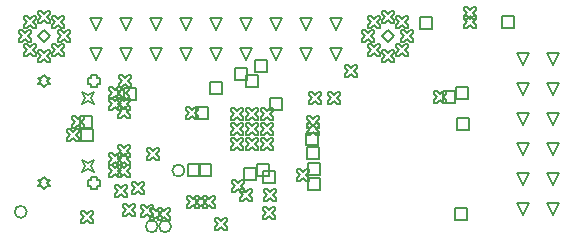
<source format=gbr>
%TF.GenerationSoftware,Altium Limited,Altium Designer,24.10.1 (45)*%
G04 Layer_Color=2752767*
%FSLAX43Y43*%
%MOMM*%
%TF.SameCoordinates,D559FD22-AC31-4CFD-8532-8E5833C3503B*%
%TF.FilePolarity,Positive*%
%TF.FileFunction,Drawing*%
%TF.Part,Single*%
G01*
G75*
%TA.AperFunction,NonConductor*%
%ADD102C,0.127*%
%ADD103C,0.169*%
D102*
X6095Y11382D02*
X6348Y11890D01*
X6095Y12398D01*
X6602Y12144D01*
X7110Y12398D01*
X6857Y11890D01*
X7110Y11382D01*
X6602Y11636D01*
X6095Y11382D01*
Y5602D02*
X6348Y6110D01*
X6095Y6618D01*
X6602Y6364D01*
X7110Y6618D01*
X6857Y6110D01*
X7110Y5602D01*
X6602Y5856D01*
X6095Y5602D01*
X6848Y13066D02*
Y12812D01*
X7357D01*
Y13066D01*
X7610D01*
Y13574D01*
X7357D01*
Y13828D01*
X6848D01*
Y13574D01*
X6595D01*
Y13066D01*
X6848D01*
X2922Y12812D02*
X3177Y13066D01*
X3431D01*
X3177Y13320D01*
X3431Y13574D01*
X3177D01*
X2922Y13828D01*
X2668Y13574D01*
X2414D01*
X2668Y13320D01*
X2414Y13066D01*
X2668D01*
X2922Y12812D01*
X6848Y4426D02*
Y4172D01*
X7357D01*
Y4426D01*
X7610D01*
Y4934D01*
X7357D01*
Y5188D01*
X6848D01*
Y4934D01*
X6595D01*
Y4426D01*
X6848D01*
X2922Y4172D02*
X3177Y4426D01*
X3431D01*
X3177Y4680D01*
X3431Y4934D01*
X3177D01*
X2922Y5188D01*
X2668Y4934D01*
X2414D01*
X2668Y4680D01*
X2414Y4426D01*
X2668D01*
X2922Y4172D01*
X22540Y17632D02*
X22032Y18648D01*
X23048D01*
X22540Y17632D01*
X25080D02*
X24572Y18648D01*
X25588D01*
X25080Y17632D01*
X20000D02*
X19492Y18648D01*
X20508D01*
X20000Y17632D01*
X27620D02*
X27112Y18648D01*
X28128D01*
X27620Y17632D01*
X14920D02*
X14412Y18648D01*
X15428D01*
X14920Y17632D01*
X17460D02*
X16952Y18648D01*
X17968D01*
X17460Y17632D01*
X12380D02*
X11872Y18648D01*
X12888D01*
X12380Y17632D01*
Y15092D02*
X11872Y16108D01*
X12888D01*
X12380Y15092D01*
X9840D02*
X9332Y16108D01*
X10348D01*
X9840Y15092D01*
X27620D02*
X27112Y16108D01*
X28128D01*
X27620Y15092D01*
X25080D02*
X24572Y16108D01*
X25588D01*
X25080Y15092D01*
X17460D02*
X16952Y16108D01*
X17968D01*
X17460Y15092D01*
X14920D02*
X14412Y16108D01*
X15428D01*
X14920Y15092D01*
X22540D02*
X22032Y16108D01*
X23048D01*
X22540Y15092D01*
X20000D02*
X19492Y16108D01*
X20508D01*
X20000Y15092D01*
X9840Y17632D02*
X9332Y18648D01*
X10348D01*
X9840Y17632D01*
X7300Y15092D02*
X6792Y16108D01*
X7808D01*
X7300Y15092D01*
Y17632D02*
X6792Y18648D01*
X7808D01*
X7300Y17632D01*
X46000Y7072D02*
X45492Y8088D01*
X46508D01*
X46000Y7072D01*
Y9612D02*
X45492Y10628D01*
X46508D01*
X46000Y9612D01*
Y4532D02*
X45492Y5548D01*
X46508D01*
X46000Y4532D01*
Y14692D02*
X45492Y15708D01*
X46508D01*
X46000Y14692D01*
X43460D02*
X42952Y15708D01*
X43968D01*
X43460Y14692D01*
X46000Y12152D02*
X45492Y13168D01*
X46508D01*
X46000Y12152D01*
Y1992D02*
X45492Y3008D01*
X46508D01*
X46000Y1992D01*
X43460D02*
X42952Y3008D01*
X43968D01*
X43460Y1992D01*
Y9612D02*
X42952Y10628D01*
X43968D01*
X43460Y9612D01*
Y12152D02*
X42952Y13168D01*
X43968D01*
X43460Y12152D01*
Y4532D02*
X42952Y5548D01*
X43968D01*
X43460Y4532D01*
Y7072D02*
X42952Y8088D01*
X43968D01*
X43460Y7072D01*
X32659Y17759D02*
X32913D01*
X33167Y18013D01*
X33421Y17759D01*
X33675D01*
Y18013D01*
X33421Y18267D01*
X33675Y18521D01*
Y18775D01*
X33421D01*
X33167Y18521D01*
X32913Y18775D01*
X32659D01*
Y18521D01*
X32913Y18267D01*
X32659Y18013D01*
Y17759D01*
X33142Y16592D02*
X33396D01*
X33650Y16846D01*
X33904Y16592D01*
X34158D01*
Y16846D01*
X33904Y17100D01*
X34158Y17354D01*
Y17608D01*
X33904D01*
X33650Y17354D01*
X33396Y17608D01*
X33142D01*
Y17354D01*
X33396Y17100D01*
X33142Y16846D01*
Y16592D01*
X31492Y18242D02*
X31746D01*
X32000Y18496D01*
X32254Y18242D01*
X32508D01*
Y18496D01*
X32254Y18750D01*
X32508Y19004D01*
Y19258D01*
X32254D01*
X32000Y19004D01*
X31746Y19258D01*
X31492D01*
Y19004D01*
X31746Y18750D01*
X31492Y18496D01*
Y18242D01*
X32659Y15425D02*
X32913D01*
X33167Y15679D01*
X33421Y15425D01*
X33675D01*
Y15679D01*
X33421Y15933D01*
X33675Y16187D01*
Y16441D01*
X33421D01*
X33167Y16187D01*
X32913Y16441D01*
X32659D01*
Y16187D01*
X32913Y15933D01*
X32659Y15679D01*
Y15425D01*
X31492Y14942D02*
X31746D01*
X32000Y15196D01*
X32254Y14942D01*
X32508D01*
Y15196D01*
X32254Y15450D01*
X32508Y15704D01*
Y15958D01*
X32254D01*
X32000Y15704D01*
X31746Y15958D01*
X31492D01*
Y15704D01*
X31746Y15450D01*
X31492Y15196D01*
Y14942D01*
X30325Y15425D02*
X30579D01*
X30833Y15679D01*
X31087Y15425D01*
X31341D01*
Y15679D01*
X31087Y15933D01*
X31341Y16187D01*
Y16441D01*
X31087D01*
X30833Y16187D01*
X30579Y16441D01*
X30325D01*
Y16187D01*
X30579Y15933D01*
X30325Y15679D01*
Y15425D01*
X31492Y17100D02*
X32000Y17608D01*
X32508Y17100D01*
X32000Y16592D01*
X31492Y17100D01*
X30325Y17759D02*
X30579D01*
X30833Y18013D01*
X31087Y17759D01*
X31341D01*
Y18013D01*
X31087Y18267D01*
X31341Y18521D01*
Y18775D01*
X31087D01*
X30833Y18521D01*
X30579Y18775D01*
X30325D01*
Y18521D01*
X30579Y18267D01*
X30325Y18013D01*
Y17759D01*
X29842Y16592D02*
X30096D01*
X30350Y16846D01*
X30604Y16592D01*
X30858D01*
Y16846D01*
X30604Y17100D01*
X30858Y17354D01*
Y17608D01*
X30604D01*
X30350Y17354D01*
X30096Y17608D01*
X29842D01*
Y17354D01*
X30096Y17100D01*
X29842Y16846D01*
Y16592D01*
X3559Y17759D02*
X3813D01*
X4067Y18013D01*
X4321Y17759D01*
X4575D01*
Y18013D01*
X4321Y18267D01*
X4575Y18521D01*
Y18775D01*
X4321D01*
X4067Y18521D01*
X3813Y18775D01*
X3559D01*
Y18521D01*
X3813Y18267D01*
X3559Y18013D01*
Y17759D01*
X4042Y16592D02*
X4296D01*
X4550Y16846D01*
X4804Y16592D01*
X5058D01*
Y16846D01*
X4804Y17100D01*
X5058Y17354D01*
Y17608D01*
X4804D01*
X4550Y17354D01*
X4296Y17608D01*
X4042D01*
Y17354D01*
X4296Y17100D01*
X4042Y16846D01*
Y16592D01*
X2392Y18242D02*
X2646D01*
X2900Y18496D01*
X3154Y18242D01*
X3408D01*
Y18496D01*
X3154Y18750D01*
X3408Y19004D01*
Y19258D01*
X3154D01*
X2900Y19004D01*
X2646Y19258D01*
X2392D01*
Y19004D01*
X2646Y18750D01*
X2392Y18496D01*
Y18242D01*
X3559Y15425D02*
X3813D01*
X4067Y15679D01*
X4321Y15425D01*
X4575D01*
Y15679D01*
X4321Y15933D01*
X4575Y16187D01*
Y16441D01*
X4321D01*
X4067Y16187D01*
X3813Y16441D01*
X3559D01*
Y16187D01*
X3813Y15933D01*
X3559Y15679D01*
Y15425D01*
X2392Y14942D02*
X2646D01*
X2900Y15196D01*
X3154Y14942D01*
X3408D01*
Y15196D01*
X3154Y15450D01*
X3408Y15704D01*
Y15958D01*
X3154D01*
X2900Y15704D01*
X2646Y15958D01*
X2392D01*
Y15704D01*
X2646Y15450D01*
X2392Y15196D01*
Y14942D01*
X1225Y15425D02*
X1479D01*
X1733Y15679D01*
X1987Y15425D01*
X2241D01*
Y15679D01*
X1987Y15933D01*
X2241Y16187D01*
Y16441D01*
X1987D01*
X1733Y16187D01*
X1479Y16441D01*
X1225D01*
Y16187D01*
X1479Y15933D01*
X1225Y15679D01*
Y15425D01*
X2392Y17100D02*
X2900Y17608D01*
X3408Y17100D01*
X2900Y16592D01*
X2392Y17100D01*
X1225Y17759D02*
X1479D01*
X1733Y18013D01*
X1987Y17759D01*
X2241D01*
Y18013D01*
X1987Y18267D01*
X2241Y18521D01*
Y18775D01*
X1987D01*
X1733Y18521D01*
X1479Y18775D01*
X1225D01*
Y18521D01*
X1479Y18267D01*
X1225Y18013D01*
Y17759D01*
X742Y16592D02*
X996D01*
X1250Y16846D01*
X1504Y16592D01*
X1758D01*
Y16846D01*
X1504Y17100D01*
X1758Y17354D01*
Y17608D01*
X1504D01*
X1250Y17354D01*
X996Y17608D01*
X742D01*
Y17354D01*
X996Y17100D01*
X742Y16846D01*
Y16592D01*
X21262Y10005D02*
X21516D01*
X21770Y10259D01*
X22024Y10005D01*
X22278D01*
Y10259D01*
X22024Y10513D01*
X22278Y10767D01*
Y11021D01*
X22024D01*
X21770Y10767D01*
X21516Y11021D01*
X21262D01*
Y10767D01*
X21516Y10513D01*
X21262Y10259D01*
Y10005D01*
X19992Y8735D02*
X20246D01*
X20500Y8989D01*
X20754Y8735D01*
X21008D01*
Y8989D01*
X20754Y9243D01*
X21008Y9497D01*
Y9751D01*
X20754D01*
X20500Y9497D01*
X20246Y9751D01*
X19992D01*
Y9497D01*
X20246Y9243D01*
X19992Y8989D01*
Y8735D01*
Y10005D02*
X20246D01*
X20500Y10259D01*
X20754Y10005D01*
X21008D01*
Y10259D01*
X20754Y10513D01*
X21008Y10767D01*
Y11021D01*
X20754D01*
X20500Y10767D01*
X20246Y11021D01*
X19992D01*
Y10767D01*
X20246Y10513D01*
X19992Y10259D01*
Y10005D01*
X21262Y8735D02*
X21516D01*
X21770Y8989D01*
X22024Y8735D01*
X22278D01*
Y8989D01*
X22024Y9243D01*
X22278Y9497D01*
Y9751D01*
X22024D01*
X21770Y9497D01*
X21516Y9751D01*
X21262D01*
Y9497D01*
X21516Y9243D01*
X21262Y8989D01*
Y8735D01*
X19992Y7465D02*
X20246D01*
X20500Y7719D01*
X20754Y7465D01*
X21008D01*
Y7719D01*
X20754Y7973D01*
X21008Y8227D01*
Y8481D01*
X20754D01*
X20500Y8227D01*
X20246Y8481D01*
X19992D01*
Y8227D01*
X20246Y7973D01*
X19992Y7719D01*
Y7465D01*
X21262D02*
X21516D01*
X21770Y7719D01*
X22024Y7465D01*
X22278D01*
Y7719D01*
X22024Y7973D01*
X22278Y8227D01*
Y8481D01*
X22024D01*
X21770Y8227D01*
X21516Y8481D01*
X21262D01*
Y8227D01*
X21516Y7973D01*
X21262Y7719D01*
Y7465D01*
X18722Y8735D02*
X18976D01*
X19230Y8989D01*
X19484Y8735D01*
X19738D01*
Y8989D01*
X19484Y9243D01*
X19738Y9497D01*
Y9751D01*
X19484D01*
X19230Y9497D01*
X18976Y9751D01*
X18722D01*
Y9497D01*
X18976Y9243D01*
X18722Y8989D01*
Y8735D01*
Y10005D02*
X18976D01*
X19230Y10259D01*
X19484Y10005D01*
X19738D01*
Y10259D01*
X19484Y10513D01*
X19738Y10767D01*
Y11021D01*
X19484D01*
X19230Y10767D01*
X18976Y11021D01*
X18722D01*
Y10767D01*
X18976Y10513D01*
X18722Y10259D01*
Y10005D01*
Y7465D02*
X18976D01*
X19230Y7719D01*
X19484Y7465D01*
X19738D01*
Y7719D01*
X19484Y7973D01*
X19738Y8227D01*
Y8481D01*
X19484D01*
X19230Y8227D01*
X18976Y8481D01*
X18722D01*
Y8227D01*
X18976Y7973D01*
X18722Y7719D01*
Y7465D01*
X16907Y12237D02*
Y13253D01*
X17923D01*
Y12237D01*
X16907D01*
X5975Y9322D02*
Y10338D01*
X6991D01*
Y9322D01*
X5975D01*
X5992Y8238D02*
Y9254D01*
X7008D01*
Y8238D01*
X5992D01*
X19031Y13415D02*
Y14431D01*
X20046D01*
Y13415D01*
X19031D01*
X19971Y12828D02*
Y13844D01*
X20987D01*
Y12828D01*
X19971D01*
X20737Y14047D02*
Y15063D01*
X21753D01*
Y14047D01*
X20737D01*
X22052Y10893D02*
Y11909D01*
X23068D01*
Y10893D01*
X22052D01*
X19787Y4894D02*
Y5910D01*
X20803D01*
Y4894D01*
X19787D01*
X24351Y4871D02*
X24605D01*
X24859Y5125D01*
X25113Y4871D01*
X25367D01*
Y5125D01*
X25113Y5379D01*
X25367Y5633D01*
Y5887D01*
X25113D01*
X24859Y5633D01*
X24605Y5887D01*
X24351D01*
Y5633D01*
X24605Y5379D01*
X24351Y5125D01*
Y4871D01*
X20912Y5276D02*
Y6292D01*
X21928D01*
Y5276D01*
X20912D01*
X28356Y13630D02*
X28610D01*
X28864Y13884D01*
X29118Y13630D01*
X29372D01*
Y13884D01*
X29118Y14138D01*
X29372Y14392D01*
Y14646D01*
X29118D01*
X28864Y14392D01*
X28610Y14646D01*
X28356D01*
Y14392D01*
X28610Y14138D01*
X28356Y13884D01*
Y13630D01*
X25203Y5354D02*
Y6370D01*
X26219D01*
Y5354D01*
X25203D01*
X25149Y6697D02*
Y7713D01*
X26165D01*
Y6697D01*
X25149D01*
X15726Y10064D02*
Y11080D01*
X16742D01*
Y10064D01*
X15726D01*
X17392Y660D02*
X17646D01*
X17900Y914D01*
X18154Y660D01*
X18408D01*
Y914D01*
X18154Y1168D01*
X18408Y1422D01*
Y1676D01*
X18154D01*
X17900Y1422D01*
X17646Y1676D01*
X17392D01*
Y1422D01*
X17646Y1168D01*
X17392Y914D01*
Y660D01*
X37719Y1524D02*
Y2540D01*
X38735D01*
Y1524D01*
X37719D01*
X35884Y11415D02*
X36138D01*
X36392Y11669D01*
X36646Y11415D01*
X36900D01*
Y11669D01*
X36646Y11923D01*
X36900Y12177D01*
Y12431D01*
X36646D01*
X36392Y12177D01*
X36138Y12431D01*
X35884D01*
Y12177D01*
X36138Y11923D01*
X35884Y11669D01*
Y11415D01*
X4854Y8232D02*
X5108D01*
X5362Y8486D01*
X5616Y8232D01*
X5870D01*
Y8486D01*
X5616Y8740D01*
X5870Y8994D01*
Y9248D01*
X5616D01*
X5362Y8994D01*
X5108Y9248D01*
X4854D01*
Y8994D01*
X5108Y8740D01*
X4854Y8486D01*
Y8232D01*
X5246Y9320D02*
X5500D01*
X5754Y9574D01*
X6008Y9320D01*
X6262D01*
Y9574D01*
X6008Y9828D01*
X6262Y10082D01*
Y10336D01*
X6008D01*
X5754Y10082D01*
X5500Y10336D01*
X5246D01*
Y10082D01*
X5500Y9828D01*
X5246Y9574D01*
Y9320D01*
X14914Y10105D02*
X15168D01*
X15422Y10359D01*
X15676Y10105D01*
X15930D01*
Y10359D01*
X15676Y10613D01*
X15930Y10867D01*
Y11121D01*
X15676D01*
X15422Y10867D01*
X15168Y11121D01*
X14914D01*
Y10867D01*
X15168Y10613D01*
X14914Y10359D01*
Y10105D01*
X25127Y9304D02*
X25381D01*
X25635Y9558D01*
X25889Y9304D01*
X26143D01*
Y9558D01*
X25889Y9812D01*
X26143Y10066D01*
Y10320D01*
X25889D01*
X25635Y10066D01*
X25381Y10320D01*
X25127D01*
Y10066D01*
X25381Y9812D01*
X25127Y9558D01*
Y9304D01*
X25127Y8710D02*
X25381D01*
X25635Y8964D01*
X25889Y8710D01*
X26143D01*
Y8964D01*
X25889Y9218D01*
X26143Y9472D01*
Y9726D01*
X25889D01*
X25635Y9472D01*
X25381Y9726D01*
X25127D01*
Y9472D01*
X25381Y9218D01*
X25127Y8964D01*
Y8710D01*
X25316Y11330D02*
X25570D01*
X25824Y11584D01*
X26078Y11330D01*
X26332D01*
Y11584D01*
X26078Y11838D01*
X26332Y12092D01*
Y12346D01*
X26078D01*
X25824Y12092D01*
X25570Y12346D01*
X25316D01*
Y12092D01*
X25570Y11838D01*
X25316Y11584D01*
Y11330D01*
X12583Y1574D02*
X12837D01*
X13091Y1828D01*
X13345Y1574D01*
X13599D01*
Y1828D01*
X13345Y2082D01*
X13599Y2336D01*
Y2590D01*
X13345D01*
X13091Y2336D01*
X12837Y2590D01*
X12583D01*
Y2336D01*
X12837Y2082D01*
X12583Y1828D01*
Y1574D01*
X11858Y1539D02*
X12112D01*
X12366Y1793D01*
X12620Y1539D01*
X12874D01*
Y1793D01*
X12620Y2047D01*
X12874Y2301D01*
Y2555D01*
X12620D01*
X12366Y2301D01*
X12112Y2555D01*
X11858D01*
Y2301D01*
X12112Y2047D01*
X11858Y1793D01*
Y1539D01*
X21467Y4658D02*
Y5674D01*
X22483D01*
Y4658D01*
X21467D01*
X9238Y12776D02*
X9492D01*
X9746Y13030D01*
X10000Y12776D01*
X10254D01*
Y13030D01*
X10000Y13284D01*
X10254Y13538D01*
Y13792D01*
X10000D01*
X9746Y13538D01*
X9492Y13792D01*
X9238D01*
Y13538D01*
X9492Y13284D01*
X9238Y13030D01*
Y12776D01*
X9696Y11711D02*
Y12727D01*
X10712D01*
Y11711D01*
X9696D01*
X15971Y5287D02*
Y6303D01*
X16987D01*
Y5287D01*
X15971D01*
X15061Y5265D02*
Y6281D01*
X16077D01*
Y5265D01*
X15061D01*
X25105Y7897D02*
Y8913D01*
X26121D01*
Y7897D01*
X25105D01*
X25201Y4087D02*
Y5103D01*
X26217D01*
Y4087D01*
X25201D01*
X21453Y1602D02*
X21707D01*
X21961Y1856D01*
X22215Y1602D01*
X22469D01*
Y1856D01*
X22215Y2110D01*
X22469Y2364D01*
Y2618D01*
X22215D01*
X21961Y2364D01*
X21707Y2618D01*
X21453D01*
Y2364D01*
X21707Y2110D01*
X21453Y1856D01*
Y1602D01*
X21479Y3158D02*
X21733D01*
X21987Y3412D01*
X22241Y3158D01*
X22495D01*
Y3412D01*
X22241Y3666D01*
X22495Y3920D01*
Y4174D01*
X22241D01*
X21987Y3920D01*
X21733Y4174D01*
X21479D01*
Y3920D01*
X21733Y3666D01*
X21479Y3412D01*
Y3158D01*
X26914Y11360D02*
X27168D01*
X27422Y11614D01*
X27676Y11360D01*
X27930D01*
Y11614D01*
X27676Y11868D01*
X27930Y12122D01*
Y12376D01*
X27676D01*
X27422Y12122D01*
X27168Y12376D01*
X26914D01*
Y12122D01*
X27168Y11868D01*
X26914Y11614D01*
Y11360D01*
X11625Y6639D02*
X11879D01*
X12133Y6893D01*
X12387Y6639D01*
X12641D01*
Y6893D01*
X12387Y7147D01*
X12641Y7401D01*
Y7655D01*
X12387D01*
X12133Y7401D01*
X11879Y7655D01*
X11625D01*
Y7401D01*
X11879Y7147D01*
X11625Y6893D01*
Y6639D01*
X10317Y3740D02*
X10571D01*
X10825Y3994D01*
X11079Y3740D01*
X11333D01*
Y3994D01*
X11079Y4248D01*
X11333Y4502D01*
Y4756D01*
X11079D01*
X10825Y4502D01*
X10571Y4756D01*
X10317D01*
Y4502D01*
X10571Y4248D01*
X10317Y3994D01*
Y3740D01*
X8928Y3476D02*
X9182D01*
X9436Y3730D01*
X9690Y3476D01*
X9944D01*
Y3730D01*
X9690Y3984D01*
X9944Y4238D01*
Y4492D01*
X9690D01*
X9436Y4238D01*
X9182Y4492D01*
X8928D01*
Y4238D01*
X9182Y3984D01*
X8928Y3730D01*
Y3476D01*
X11141Y1834D02*
X11395D01*
X11649Y2088D01*
X11903Y1834D01*
X12157D01*
Y2088D01*
X11903Y2342D01*
X12157Y2596D01*
Y2850D01*
X11903D01*
X11649Y2596D01*
X11395Y2850D01*
X11141D01*
Y2596D01*
X11395Y2342D01*
X11141Y2088D01*
Y1834D01*
X9607Y1861D02*
X9861D01*
X10115Y2115D01*
X10369Y1861D01*
X10623D01*
Y2115D01*
X10369Y2369D01*
X10623Y2623D01*
Y2877D01*
X10369D01*
X10115Y2623D01*
X9861Y2877D01*
X9607D01*
Y2623D01*
X9861Y2369D01*
X9607Y2115D01*
Y1861D01*
X16366Y2585D02*
X16620D01*
X16874Y2839D01*
X17128Y2585D01*
X17382D01*
Y2839D01*
X17128Y3093D01*
X17382Y3347D01*
Y3601D01*
X17128D01*
X16874Y3347D01*
X16620Y3601D01*
X16366D01*
Y3347D01*
X16620Y3093D01*
X16366Y2839D01*
Y2585D01*
X15673Y2578D02*
X15927D01*
X16181Y2832D01*
X16435Y2578D01*
X16689D01*
Y2832D01*
X16435Y3086D01*
X16689Y3340D01*
Y3594D01*
X16435D01*
X16181Y3340D01*
X15927Y3594D01*
X15673D01*
Y3340D01*
X15927Y3086D01*
X15673Y2832D01*
Y2578D01*
X14997Y2534D02*
X15251D01*
X15505Y2788D01*
X15759Y2534D01*
X16013D01*
Y2788D01*
X15759Y3042D01*
X16013Y3296D01*
Y3550D01*
X15759D01*
X15505Y3296D01*
X15251Y3550D01*
X14997D01*
Y3296D01*
X15251Y3042D01*
X14997Y2788D01*
Y2534D01*
X19520Y3193D02*
X19774D01*
X20028Y3447D01*
X20282Y3193D01*
X20536D01*
Y3447D01*
X20282Y3701D01*
X20536Y3955D01*
Y4209D01*
X20282D01*
X20028Y3955D01*
X19774Y4209D01*
X19520D01*
Y3955D01*
X19774Y3701D01*
X19520Y3447D01*
Y3193D01*
X18780Y3944D02*
X19034D01*
X19288Y4198D01*
X19542Y3944D01*
X19796D01*
Y4198D01*
X19542Y4452D01*
X19796Y4706D01*
Y4960D01*
X19542D01*
X19288Y4706D01*
X19034Y4960D01*
X18780D01*
Y4706D01*
X19034Y4452D01*
X18780Y4198D01*
Y3944D01*
X6062Y1269D02*
X6316D01*
X6570Y1523D01*
X6824Y1269D01*
X7078D01*
Y1523D01*
X6824Y1777D01*
X7078Y2031D01*
Y2285D01*
X6824D01*
X6570Y2031D01*
X6316Y2285D01*
X6062D01*
Y2031D01*
X6316Y1777D01*
X6062Y1523D01*
Y1269D01*
X9144Y10847D02*
X9398D01*
X9652Y11101D01*
X9906Y10847D01*
X10160D01*
Y11101D01*
X9906Y11355D01*
X10160Y11609D01*
Y11863D01*
X9906D01*
X9652Y11609D01*
X9398Y11863D01*
X9144D01*
Y11609D01*
X9398Y11355D01*
X9144Y11101D01*
Y10847D01*
Y10136D02*
X9398D01*
X9652Y10390D01*
X9906Y10136D01*
X10160D01*
Y10390D01*
X9906Y10644D01*
X10160Y10898D01*
Y11152D01*
X9906D01*
X9652Y10898D01*
X9398Y11152D01*
X9144D01*
Y10898D01*
X9398Y10644D01*
X9144Y10390D01*
Y10136D01*
X8407Y10847D02*
X8661D01*
X8915Y11101D01*
X9169Y10847D01*
X9423D01*
Y11101D01*
X9169Y11355D01*
X9423Y11609D01*
Y11863D01*
X9169D01*
X8915Y11609D01*
X8661Y11863D01*
X8407D01*
Y11609D01*
X8661Y11355D01*
X8407Y11101D01*
Y10847D01*
Y11811D02*
X8661D01*
X8915Y12065D01*
X9169Y11811D01*
X9423D01*
Y12065D01*
X9169Y12319D01*
X9423Y12573D01*
Y12827D01*
X9169D01*
X8915Y12573D01*
X8661Y12827D01*
X8407D01*
Y12573D01*
X8661Y12319D01*
X8407Y12065D01*
Y11811D01*
Y6161D02*
X8661D01*
X8915Y6415D01*
X9169Y6161D01*
X9423D01*
Y6415D01*
X9169Y6669D01*
X9423Y6923D01*
Y7177D01*
X9169D01*
X8915Y6923D01*
X8661Y7177D01*
X8407D01*
Y6923D01*
X8661Y6669D01*
X8407Y6415D01*
Y6161D01*
X9144D02*
X9398D01*
X9652Y6415D01*
X9906Y6161D01*
X10160D01*
Y6415D01*
X9906Y6669D01*
X10160Y6923D01*
Y7177D01*
X9906D01*
X9652Y6923D01*
X9398Y7177D01*
X9144D01*
Y6923D01*
X9398Y6669D01*
X9144Y6415D01*
Y6161D01*
Y6898D02*
X9398D01*
X9652Y7152D01*
X9906Y6898D01*
X10160D01*
Y7152D01*
X9906Y7406D01*
X10160Y7660D01*
Y7914D01*
X9906D01*
X9652Y7660D01*
X9398Y7914D01*
X9144D01*
Y7660D01*
X9398Y7406D01*
X9144Y7152D01*
Y6898D01*
X8407Y5197D02*
X8661D01*
X8915Y5451D01*
X9169Y5197D01*
X9423D01*
Y5451D01*
X9169Y5705D01*
X9423Y5959D01*
Y6213D01*
X9169D01*
X8915Y5959D01*
X8661Y6213D01*
X8407D01*
Y5959D01*
X8661Y5705D01*
X8407Y5451D01*
Y5197D01*
X9144D02*
X9398D01*
X9652Y5451D01*
X9906Y5197D01*
X10160D01*
Y5451D01*
X9906Y5705D01*
X10160Y5959D01*
Y6213D01*
X9906D01*
X9652Y5959D01*
X9398Y6213D01*
X9144D01*
Y5959D01*
X9398Y5705D01*
X9144Y5451D01*
Y5197D01*
X9079Y11814D02*
X9333D01*
X9587Y12068D01*
X9841Y11814D01*
X10095D01*
Y12068D01*
X9841Y12322D01*
X10095Y12576D01*
Y12830D01*
X9841D01*
X9587Y12576D01*
X9333Y12830D01*
X9079D01*
Y12576D01*
X9333Y12322D01*
X9079Y12068D01*
Y11814D01*
X38445Y18584D02*
X38699D01*
X38953Y18838D01*
X39207Y18584D01*
X39461D01*
Y18838D01*
X39207Y19092D01*
X39461Y19346D01*
Y19600D01*
X39207D01*
X38953Y19346D01*
X38699Y19600D01*
X38445D01*
Y19346D01*
X38699Y19092D01*
X38445Y18838D01*
Y18584D01*
X38447Y17766D02*
X38701D01*
X38955Y18020D01*
X39209Y17766D01*
X39463D01*
Y18020D01*
X39209Y18274D01*
X39463Y18528D01*
Y18782D01*
X39209D01*
X38955Y18528D01*
X38701Y18782D01*
X38447D01*
Y18528D01*
X38701Y18274D01*
X38447Y18020D01*
Y17766D01*
X37785Y11825D02*
Y12841D01*
X38801D01*
Y11825D01*
X37785D01*
X36694Y11447D02*
Y12463D01*
X37710D01*
Y11447D01*
X36694D01*
X41637Y17757D02*
Y18773D01*
X42653D01*
Y17757D01*
X41637D01*
X37898Y9167D02*
Y10183D01*
X38914D01*
Y9167D01*
X37898D01*
X34764Y17735D02*
Y18751D01*
X35780D01*
Y17735D01*
X34764D01*
D103*
X1421Y2234D02*
G03*
X1421Y2234I-508J0D01*
G01*
X14773Y5730D02*
G03*
X14773Y5730I-508J0D01*
G01*
X13647Y1008D02*
G03*
X13647Y1008I-508J0D01*
G01*
X12520D02*
G03*
X12520Y1008I-508J0D01*
G01*
%TF.MD5,26cd80bf37165e01dc4cfabdd15c4b23*%
M02*

</source>
